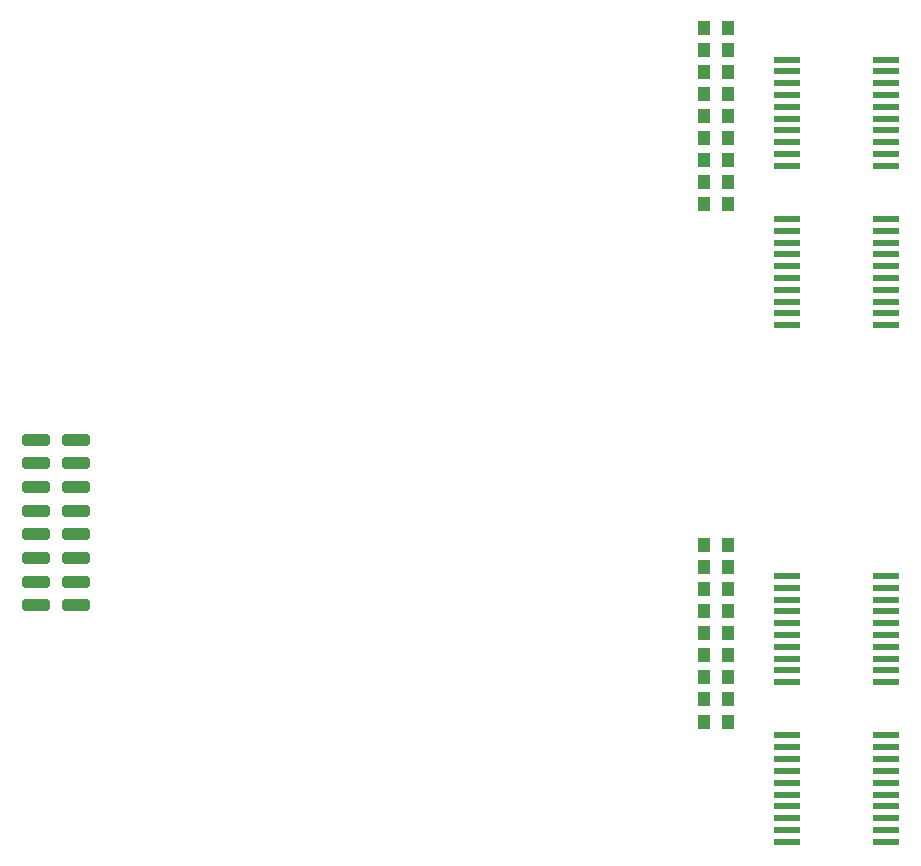
<source format=gbp>
G04 Layer_Color=128*
%FSLAX44Y44*%
%MOMM*%
G71*
G01*
G75*
%ADD10R,1.0000X1.3000*%
%ADD19R,2.2600X0.6100*%
G04:AMPARAMS|DCode=41|XSize=2.37mm|YSize=1mm|CornerRadius=0.25mm|HoleSize=0mm|Usage=FLASHONLY|Rotation=180.000|XOffset=0mm|YOffset=0mm|HoleType=Round|Shape=RoundedRectangle|*
%AMROUNDEDRECTD41*
21,1,2.3700,0.5000,0,0,180.0*
21,1,1.8700,1.0000,0,0,180.0*
1,1,0.5000,-0.9350,0.2500*
1,1,0.5000,0.9350,0.2500*
1,1,0.5000,0.9350,-0.2500*
1,1,0.5000,-0.9350,-0.2500*
%
%ADD41ROUNDEDRECTD41*%
D10*
X500250Y348312D02*
D03*
X480250D02*
D03*
X500250Y236187D02*
D03*
X480250D02*
D03*
X500250Y310937D02*
D03*
X480250D02*
D03*
X500250Y292250D02*
D03*
X480250D02*
D03*
X500250Y217500D02*
D03*
X480250D02*
D03*
X500250Y367000D02*
D03*
X480250D02*
D03*
X500250Y254875D02*
D03*
X480250D02*
D03*
X500250Y273562D02*
D03*
X480250D02*
D03*
X500250Y329625D02*
D03*
X480250D02*
D03*
X500250Y-164438D02*
D03*
X480250D02*
D03*
X500250Y-201812D02*
D03*
X480250D02*
D03*
X500250Y-127063D02*
D03*
X480250D02*
D03*
X500250Y-89688D02*
D03*
X480250D02*
D03*
X500250Y-183125D02*
D03*
X480250D02*
D03*
X500250Y-220500D02*
D03*
X480250D02*
D03*
X500250Y-145750D02*
D03*
X480250D02*
D03*
X500250Y-71000D02*
D03*
X480250D02*
D03*
X500250Y-108375D02*
D03*
X480250D02*
D03*
D19*
X633550Y-187300D02*
D03*
Y-177300D02*
D03*
Y-167300D02*
D03*
Y-157300D02*
D03*
Y-147300D02*
D03*
Y-137300D02*
D03*
Y-127300D02*
D03*
Y-117300D02*
D03*
Y-107300D02*
D03*
Y-97300D02*
D03*
X549750D02*
D03*
Y-107300D02*
D03*
Y-117300D02*
D03*
Y-127300D02*
D03*
Y-137300D02*
D03*
Y-147300D02*
D03*
Y-157300D02*
D03*
Y-167300D02*
D03*
Y-177300D02*
D03*
Y-187300D02*
D03*
Y250000D02*
D03*
Y260000D02*
D03*
Y270000D02*
D03*
Y280000D02*
D03*
Y290000D02*
D03*
Y300000D02*
D03*
Y310000D02*
D03*
Y320000D02*
D03*
Y330000D02*
D03*
Y340000D02*
D03*
X633550D02*
D03*
Y330000D02*
D03*
Y320000D02*
D03*
Y310000D02*
D03*
Y300000D02*
D03*
Y290000D02*
D03*
Y280000D02*
D03*
Y270000D02*
D03*
Y260000D02*
D03*
Y250000D02*
D03*
X549750Y115000D02*
D03*
Y125000D02*
D03*
Y135000D02*
D03*
Y145000D02*
D03*
Y155000D02*
D03*
Y165000D02*
D03*
Y175000D02*
D03*
Y185000D02*
D03*
Y195000D02*
D03*
Y205000D02*
D03*
X633550D02*
D03*
Y195000D02*
D03*
Y185000D02*
D03*
Y175000D02*
D03*
Y165000D02*
D03*
Y155000D02*
D03*
Y145000D02*
D03*
Y135000D02*
D03*
Y125000D02*
D03*
Y115000D02*
D03*
X549750Y-322300D02*
D03*
Y-312300D02*
D03*
Y-302300D02*
D03*
Y-292300D02*
D03*
Y-282300D02*
D03*
Y-272300D02*
D03*
Y-262300D02*
D03*
Y-252300D02*
D03*
Y-242300D02*
D03*
Y-232300D02*
D03*
X633550D02*
D03*
Y-242300D02*
D03*
Y-252300D02*
D03*
Y-262300D02*
D03*
Y-272300D02*
D03*
Y-282300D02*
D03*
Y-292300D02*
D03*
Y-302300D02*
D03*
Y-312300D02*
D03*
Y-322300D02*
D03*
D41*
X-51800Y-122020D02*
D03*
X-85500D02*
D03*
X-51800Y-102020D02*
D03*
X-85500D02*
D03*
X-51800Y-82020D02*
D03*
X-85500D02*
D03*
X-51800Y-62020D02*
D03*
X-85500D02*
D03*
X-51800Y-42020D02*
D03*
X-85500D02*
D03*
X-51800Y-22020D02*
D03*
X-85500D02*
D03*
X-51800Y-2020D02*
D03*
X-85500D02*
D03*
Y17980D02*
D03*
X-51800D02*
D03*
M02*

</source>
